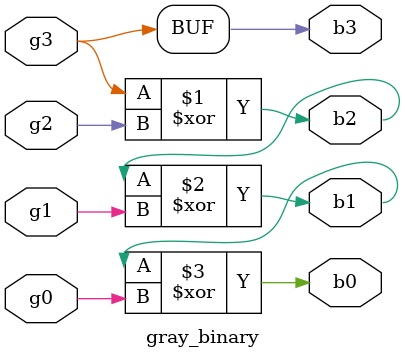
<source format=v>
module gray_binary
  (input g3,g2,g1,g0,
   output b3,b2,b1,b0);
  
  buf(b3,g3);
  xor(b2,g3,g2);
  xor(b1,b2,g1);
  xor(b0,b1,g0);
endmodule

</source>
